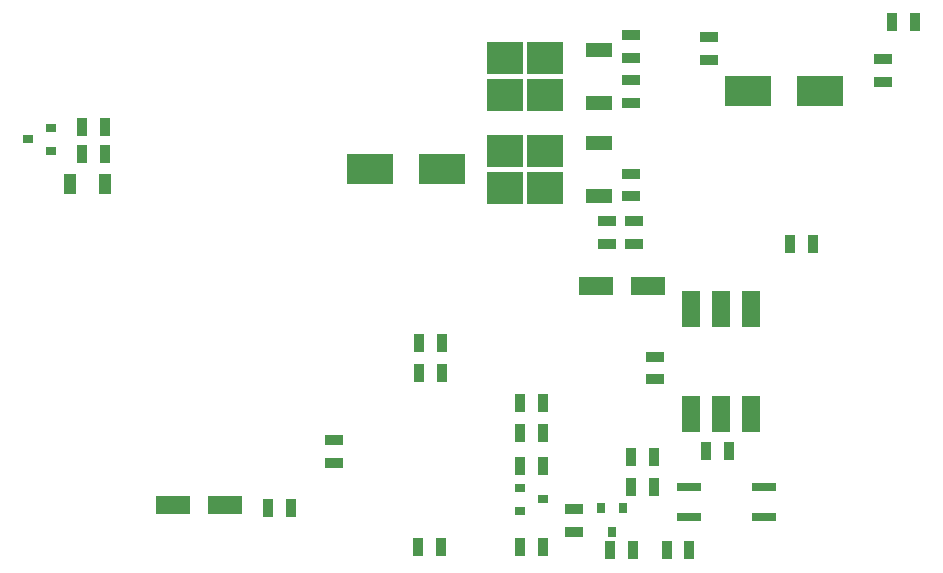
<source format=gbr>
G04 #@! TF.GenerationSoftware,KiCad,Pcbnew,5.1.0-rc1-unknown-3b97961~76~ubuntu16.04.1*
G04 #@! TF.CreationDate,2019-02-18T08:25:29+01:00
G04 #@! TF.ProjectId,jbc_245,6a62635f-3234-4352-9e6b-696361645f70,rev?*
G04 #@! TF.SameCoordinates,Original*
G04 #@! TF.FileFunction,Paste,Top*
G04 #@! TF.FilePolarity,Positive*
%FSLAX46Y46*%
G04 Gerber Fmt 4.6, Leading zero omitted, Abs format (unit mm)*
G04 Created by KiCad (PCBNEW 5.1.0-rc1-unknown-3b97961~76~ubuntu16.04.1) date 2019-02-18 08:25:29*
%MOMM*%
%LPD*%
G04 APERTURE LIST*
%ADD10R,4.000000X2.500000*%
%ADD11R,0.970000X1.500000*%
%ADD12R,3.000000X1.600000*%
%ADD13R,1.500000X0.970000*%
%ADD14R,0.900000X0.800000*%
%ADD15R,0.800000X0.900000*%
%ADD16R,1.070000X1.800000*%
%ADD17R,2.200000X1.200000*%
%ADD18R,3.050000X2.750000*%
%ADD19R,1.600000X3.100000*%
%ADD20R,2.000000X0.640000*%
G04 APERTURE END LIST*
D10*
X147576000Y-80518000D03*
X141476000Y-80518000D03*
D11*
X154239000Y-102870000D03*
X156149000Y-102870000D03*
D10*
X173480000Y-73914000D03*
X179580000Y-73914000D03*
D12*
X129200000Y-108966000D03*
X124800000Y-108966000D03*
D11*
X165547000Y-104902000D03*
X163637000Y-104902000D03*
X134813000Y-109220000D03*
X132903000Y-109220000D03*
D13*
X138430000Y-103439000D03*
X138430000Y-105349000D03*
D11*
X154239000Y-100330000D03*
X156149000Y-100330000D03*
X168534000Y-112776000D03*
X166624000Y-112776000D03*
D13*
X163576000Y-80894000D03*
X163576000Y-82804000D03*
X163576000Y-74869000D03*
X163576000Y-72959000D03*
D12*
X160614000Y-90424000D03*
X165014000Y-90424000D03*
D11*
X154239000Y-112522000D03*
X156149000Y-112522000D03*
D13*
X163576000Y-71059000D03*
X163576000Y-69149000D03*
D14*
X156194000Y-108458000D03*
X154194000Y-109408000D03*
X154194000Y-107508000D03*
D15*
X162936000Y-109220000D03*
X161036000Y-109220000D03*
X161986000Y-111220000D03*
D16*
X119107000Y-81788000D03*
X116097000Y-81788000D03*
D14*
X114538000Y-78928000D03*
X114538000Y-77028000D03*
X112538000Y-77978000D03*
D11*
X171897000Y-104394000D03*
X169987000Y-104394000D03*
D13*
X165608000Y-98298000D03*
X165608000Y-96388000D03*
D11*
X154239000Y-105664000D03*
X156149000Y-105664000D03*
D13*
X163830000Y-86807000D03*
X163830000Y-84897000D03*
X184912000Y-73091000D03*
X184912000Y-71181000D03*
X170180000Y-71252000D03*
X170180000Y-69342000D03*
D11*
X165547000Y-107442000D03*
X163637000Y-107442000D03*
X147513000Y-112522000D03*
X145603000Y-112522000D03*
X119065000Y-79248000D03*
X117155000Y-79248000D03*
X119065000Y-76962000D03*
X117155000Y-76962000D03*
X187645000Y-68072000D03*
X185735000Y-68072000D03*
D13*
X158750000Y-111191000D03*
X158750000Y-109281000D03*
D11*
X161859000Y-112776000D03*
X163769000Y-112776000D03*
X147574000Y-97790000D03*
X145664000Y-97790000D03*
X145664000Y-95250000D03*
X147574000Y-95250000D03*
D17*
X160918000Y-82798000D03*
X160918000Y-78238000D03*
D18*
X152943000Y-78993000D03*
X156293000Y-82043000D03*
X152943000Y-82043000D03*
X156293000Y-78993000D03*
X156293000Y-71119000D03*
X152943000Y-74169000D03*
X156293000Y-74169000D03*
X152943000Y-71119000D03*
D17*
X160918000Y-70364000D03*
X160918000Y-74924000D03*
D19*
X168656000Y-101219000D03*
X173736000Y-92329000D03*
X171196000Y-101219000D03*
X171196000Y-92329000D03*
X173736000Y-101219000D03*
X168656000Y-92329000D03*
D20*
X168554000Y-107442000D03*
X168554000Y-109982000D03*
X174854000Y-109982000D03*
X174854000Y-107442000D03*
D11*
X179009000Y-86868000D03*
X177099000Y-86868000D03*
D13*
X161544000Y-86807000D03*
X161544000Y-84897000D03*
M02*

</source>
